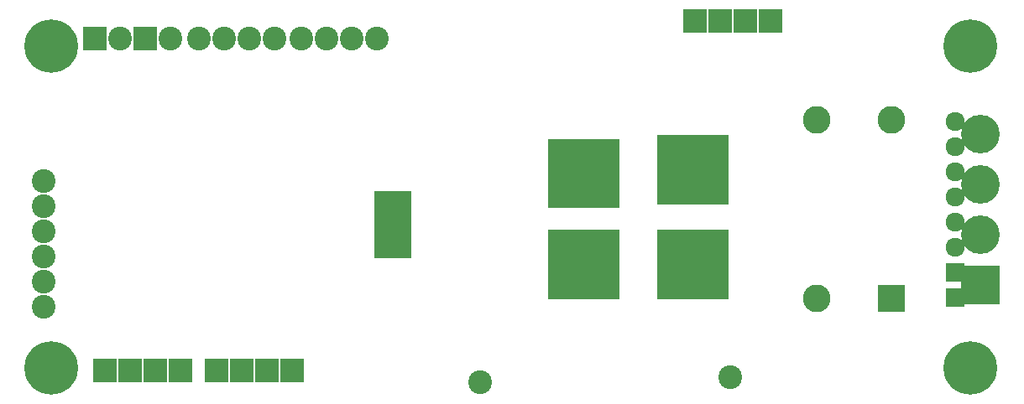
<source format=gbr>
G04 #@! TF.GenerationSoftware,KiCad,Pcbnew,5.0.0-rc2-dev-unknown-94c7809~62~ubuntu16.04.1*
G04 #@! TF.CreationDate,2018-03-26T01:26:19-07:00*
G04 #@! TF.ProjectId,LR7833_Bridge,4C52373833335F4272696467652E6B69,rev?*
G04 #@! TF.SameCoordinates,Original*
G04 #@! TF.FileFunction,Soldermask,Bot*
G04 #@! TF.FilePolarity,Negative*
%FSLAX46Y46*%
G04 Gerber Fmt 4.6, Leading zero omitted, Abs format (unit mm)*
G04 Created by KiCad (PCBNEW 5.0.0-rc2-dev-unknown-94c7809~62~ubuntu16.04.1) date Mon Mar 26 01:26:19 2018*
%MOMM*%
%LPD*%
G01*
G04 APERTURE LIST*
%ADD10R,2.400000X2.400000*%
%ADD11C,5.400000*%
%ADD12R,2.178000X2.178000*%
%ADD13C,2.400000*%
%ADD14C,3.900000*%
%ADD15R,3.900000X3.900000*%
%ADD16C,1.924000*%
%ADD17R,1.924000X1.924000*%
%ADD18C,2.800000*%
%ADD19R,2.800000X2.800000*%
%ADD20R,1.290000X1.500000*%
G04 APERTURE END LIST*
D10*
X76330000Y38500000D03*
X73790000Y38500000D03*
X71250000Y38500000D03*
X68710000Y38500000D03*
X16810000Y3250000D03*
X14270000Y3250000D03*
X11730000Y3250000D03*
X9190000Y3250000D03*
D11*
X3750000Y36000000D03*
X3750000Y3500000D03*
X96500000Y3500000D03*
D12*
X56600000Y25500000D03*
X58300000Y25500000D03*
X60000000Y25500000D03*
X55000000Y25500000D03*
X55000000Y24100000D03*
X60000000Y24100000D03*
X58300000Y24100000D03*
X56600000Y24100000D03*
X60000000Y22400000D03*
X55000000Y22400000D03*
X56600000Y22400000D03*
X58300000Y22400000D03*
X55000000Y20700000D03*
X56600000Y20700000D03*
X58300000Y20700000D03*
X60000000Y20700000D03*
D13*
X3020000Y22350000D03*
X3020000Y19810000D03*
X3020000Y17270000D03*
X3020000Y14730000D03*
X3020000Y12190000D03*
X3020000Y9650000D03*
D14*
X97500000Y27120000D03*
X97500000Y22040000D03*
X97500000Y16960000D03*
D15*
X97500000Y11880000D03*
D16*
X94960000Y15690000D03*
D17*
X94960000Y13150000D03*
D16*
X94960000Y18230000D03*
X94960000Y20770000D03*
X94960000Y23310000D03*
X94960000Y25850000D03*
D17*
X94960000Y10610000D03*
D16*
X94960000Y28390000D03*
D13*
X15810000Y36770000D03*
D10*
X13270000Y36770000D03*
D13*
X10730000Y36770000D03*
D10*
X8190000Y36770000D03*
X20420000Y3250000D03*
X22960000Y3250000D03*
X25500000Y3250000D03*
X28040000Y3250000D03*
D13*
X28960000Y36750000D03*
X31500000Y36750000D03*
X34040000Y36750000D03*
X36580000Y36750000D03*
X26290000Y36750000D03*
X23750000Y36750000D03*
X21210000Y36750000D03*
X18670000Y36750000D03*
D18*
X81000000Y28500000D03*
X88500000Y28500000D03*
D19*
X88500000Y10500000D03*
D18*
X81000000Y10500000D03*
D20*
X39525000Y15331250D03*
X38675000Y15331250D03*
X36975000Y15331250D03*
X37825000Y15331250D03*
X37825000Y16387500D03*
X36975000Y16387500D03*
X38675000Y16387500D03*
X39525000Y16387500D03*
X39525000Y17443750D03*
X38675000Y17443750D03*
X36975000Y17443750D03*
X37825000Y17443750D03*
X37825000Y18500000D03*
X36975000Y18500000D03*
X38675000Y18500000D03*
X39525000Y18500000D03*
X39525000Y19556250D03*
X38675000Y19556250D03*
X36975000Y19556250D03*
X37825000Y19556250D03*
X37825000Y20612500D03*
X36975000Y20612500D03*
X38675000Y20612500D03*
X39525000Y20612500D03*
D12*
X71000000Y21100000D03*
X69300000Y21100000D03*
X67600000Y21100000D03*
X66000000Y21100000D03*
X69300000Y22800000D03*
X67600000Y22800000D03*
X66000000Y22800000D03*
X71000000Y22800000D03*
X67600000Y24500000D03*
X69300000Y24500000D03*
X71000000Y24500000D03*
X66000000Y24500000D03*
X66000000Y25900000D03*
X71000000Y25900000D03*
X69300000Y25900000D03*
X67600000Y25900000D03*
X55000000Y16300000D03*
X56700000Y16300000D03*
X58400000Y16300000D03*
X60000000Y16300000D03*
X56700000Y14600000D03*
X58400000Y14600000D03*
X60000000Y14600000D03*
X55000000Y14600000D03*
X58400000Y12900000D03*
X56700000Y12900000D03*
X55000000Y12900000D03*
X60000000Y12900000D03*
X60000000Y11500000D03*
X55000000Y11500000D03*
X56700000Y11500000D03*
X58400000Y11500000D03*
X69400000Y11500000D03*
X67700000Y11500000D03*
X66000000Y11500000D03*
X71000000Y11500000D03*
X71000000Y12900000D03*
X66000000Y12900000D03*
X67700000Y12900000D03*
X69400000Y12900000D03*
X66000000Y14600000D03*
X71000000Y14600000D03*
X69400000Y14600000D03*
X67700000Y14600000D03*
X71000000Y16300000D03*
X69400000Y16300000D03*
X67700000Y16300000D03*
X66000000Y16300000D03*
D11*
X96500000Y36000000D03*
D13*
X47000000Y2020000D03*
X72250000Y2520000D03*
M02*

</source>
